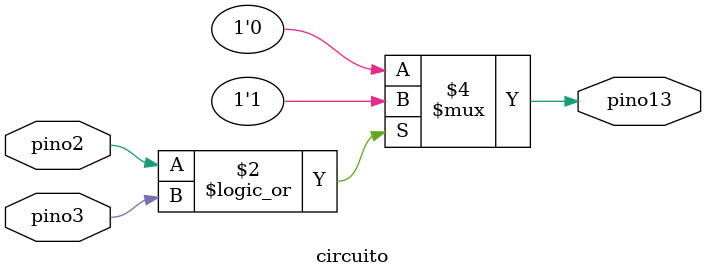
<source format=v>
module circuito (
    input wire pino2,       // Primeiro botão
    input wire pino3,       // Segundo botão
    output reg pino13       // Saída conectada ao LED
);

always @(*) begin
    if (pino2 || pino3)     // LED ligado se qualquer botão for pressionado
        pino13 = 1'b1;
    else
        pino13 = 1'b0;
end

endmodule

</source>
